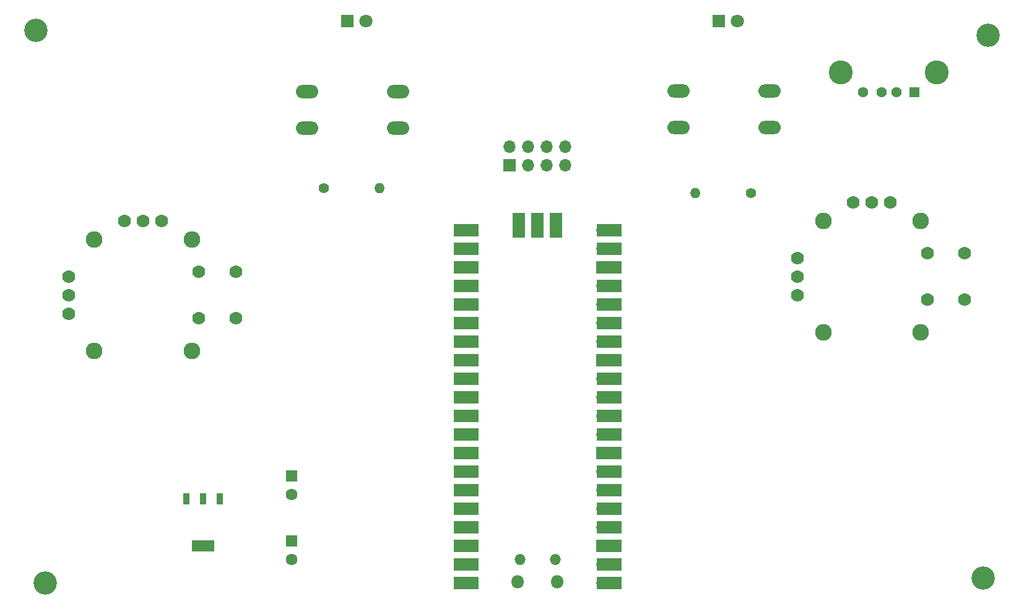
<source format=gbr>
%TF.GenerationSoftware,KiCad,Pcbnew,(5.1.10-1-10_14)*%
%TF.CreationDate,2021-09-27T13:26:11-04:00*%
%TF.ProjectId,Controller_V1,436f6e74-726f-46c6-9c65-725f56312e6b,rev?*%
%TF.SameCoordinates,Original*%
%TF.FileFunction,Soldermask,Top*%
%TF.FilePolarity,Negative*%
%FSLAX46Y46*%
G04 Gerber Fmt 4.6, Leading zero omitted, Abs format (unit mm)*
G04 Created by KiCad (PCBNEW (5.1.10-1-10_14)) date 2021-09-27 13:26:11*
%MOMM*%
%LPD*%
G01*
G04 APERTURE LIST*
%ADD10C,3.200000*%
%ADD11O,3.048000X1.850000*%
%ADD12O,1.400000X1.400000*%
%ADD13C,1.400000*%
%ADD14C,3.276000*%
%ADD15C,1.428000*%
%ADD16R,1.428000X1.428000*%
%ADD17C,1.800000*%
%ADD18R,1.800000X1.800000*%
%ADD19O,1.700000X1.700000*%
%ADD20R,1.700000X3.500000*%
%ADD21R,1.700000X1.700000*%
%ADD22O,1.500000X1.500000*%
%ADD23O,1.800000X1.800000*%
%ADD24R,3.500000X1.700000*%
%ADD25R,3.098800X1.600200*%
%ADD26R,0.838200X1.600200*%
%ADD27C,1.600000*%
%ADD28R,1.600000X1.600000*%
%ADD29C,1.778000*%
%ADD30C,2.286000*%
G04 APERTURE END LIST*
D10*
%TO.C,REF\u002A\u002A*%
X106045000Y-57150000D03*
%TD*%
%TO.C,REF\u002A\u002A*%
X107315000Y-132715000D03*
%TD*%
%TO.C,REF\u002A\u002A*%
X235585000Y-132080000D03*
%TD*%
%TO.C,REF\u002A\u002A*%
X236220000Y-57785000D03*
%TD*%
D11*
%TO.C,SW2*%
X193875000Y-70405000D03*
X193875000Y-65405000D03*
X206375000Y-70405000D03*
X206375000Y-65405000D03*
%TD*%
%TO.C,SW1*%
X143075000Y-70485000D03*
X143075000Y-65485000D03*
X155575000Y-70485000D03*
X155575000Y-65485000D03*
%TD*%
D12*
%TO.C,R2*%
X196215000Y-79375000D03*
D13*
X203835000Y-79375000D03*
%TD*%
D12*
%TO.C,R1*%
X153035000Y-78740000D03*
D13*
X145415000Y-78740000D03*
%TD*%
D14*
%TO.C,J2*%
X216095000Y-62865000D03*
X229235000Y-62865000D03*
D15*
X219165000Y-65575000D03*
X221665000Y-65575000D03*
X223665000Y-65575000D03*
D16*
X226165000Y-65575000D03*
%TD*%
D17*
%TO.C,D2*%
X201930000Y-55880000D03*
D18*
X199390000Y-55880000D03*
%TD*%
D17*
%TO.C,D1*%
X151130000Y-55880000D03*
D18*
X148590000Y-55880000D03*
%TD*%
D19*
%TO.C,U2*%
X172085000Y-84685000D03*
D20*
X172085000Y-83785000D03*
D21*
X174625000Y-84685000D03*
D20*
X174625000Y-83785000D03*
D19*
X177165000Y-84685000D03*
D20*
X177165000Y-83785000D03*
D22*
X172200000Y-129555000D03*
X177050000Y-129555000D03*
D23*
X171900000Y-132585000D03*
X177350000Y-132585000D03*
D24*
X164835000Y-84455000D03*
X164835000Y-86995000D03*
X164835000Y-89535000D03*
X164835000Y-92075000D03*
X164835000Y-94615000D03*
X164835000Y-97155000D03*
X164835000Y-99695000D03*
X164835000Y-102235000D03*
X164835000Y-104775000D03*
X164835000Y-107315000D03*
X164835000Y-109855000D03*
X164835000Y-112395000D03*
X164835000Y-114935000D03*
X164835000Y-117475000D03*
X164835000Y-120015000D03*
X164835000Y-122555000D03*
X164835000Y-125095000D03*
X164835000Y-127635000D03*
X164835000Y-130175000D03*
X164835000Y-132715000D03*
X184415000Y-84455000D03*
X184415000Y-86995000D03*
X184415000Y-89535000D03*
X184415000Y-92075000D03*
X184415000Y-94615000D03*
X184415000Y-97155000D03*
X184415000Y-99695000D03*
X184415000Y-102235000D03*
X184415000Y-104775000D03*
X184415000Y-107315000D03*
X184415000Y-109855000D03*
X184415000Y-112395000D03*
X184415000Y-114935000D03*
X184415000Y-117475000D03*
X184415000Y-120015000D03*
X184415000Y-122555000D03*
X184415000Y-125095000D03*
X184415000Y-127635000D03*
X184415000Y-130175000D03*
X184415000Y-132715000D03*
D19*
X165735000Y-132715000D03*
X165735000Y-130175000D03*
D21*
X165735000Y-127635000D03*
D19*
X165735000Y-125095000D03*
X165735000Y-122555000D03*
X165735000Y-120015000D03*
X165735000Y-117475000D03*
D21*
X165735000Y-114935000D03*
D19*
X165735000Y-112395000D03*
X165735000Y-109855000D03*
X165735000Y-107315000D03*
X165735000Y-104775000D03*
D21*
X165735000Y-102235000D03*
D19*
X165735000Y-99695000D03*
X165735000Y-97155000D03*
X165735000Y-94615000D03*
X165735000Y-92075000D03*
D21*
X165735000Y-89535000D03*
D19*
X165735000Y-86995000D03*
X165735000Y-84455000D03*
X183515000Y-84455000D03*
X183515000Y-86995000D03*
D21*
X183515000Y-89535000D03*
D19*
X183515000Y-92075000D03*
X183515000Y-94615000D03*
X183515000Y-97155000D03*
X183515000Y-99695000D03*
D21*
X183515000Y-102235000D03*
D19*
X183515000Y-104775000D03*
X183515000Y-107315000D03*
X183515000Y-109855000D03*
X183515000Y-112395000D03*
D21*
X183515000Y-114935000D03*
D19*
X183515000Y-117475000D03*
X183515000Y-120015000D03*
X183515000Y-122555000D03*
X183515000Y-125095000D03*
D21*
X183515000Y-127635000D03*
D19*
X183515000Y-130175000D03*
X183515000Y-132715000D03*
%TD*%
D25*
%TO.C,VR1*%
X128879600Y-127660400D03*
D26*
X126568200Y-121259600D03*
X128879600Y-121259600D03*
X131191000Y-121259600D03*
%TD*%
D27*
%TO.C,C2*%
X140970000Y-120610000D03*
D28*
X140970000Y-118110000D03*
%TD*%
D27*
%TO.C,C1*%
X140970000Y-129500000D03*
D28*
X140970000Y-127000000D03*
%TD*%
D29*
%TO.C,U3*%
X217805000Y-80645000D03*
X220345000Y-80645000D03*
X222885000Y-80645000D03*
D30*
X227012500Y-98425000D03*
X213677500Y-98425000D03*
X213677500Y-83185000D03*
X227012500Y-83185000D03*
D29*
X210185000Y-93345000D03*
X210185000Y-90805000D03*
X210185000Y-88265000D03*
X227965000Y-93980000D03*
X227965000Y-87630000D03*
X233045000Y-93980000D03*
X233045000Y-87630000D03*
%TD*%
%TO.C,U1*%
X118110000Y-83185000D03*
X120650000Y-83185000D03*
X123190000Y-83185000D03*
D30*
X127317500Y-100965000D03*
X113982500Y-100965000D03*
X113982500Y-85725000D03*
X127317500Y-85725000D03*
D29*
X110490000Y-95885000D03*
X110490000Y-93345000D03*
X110490000Y-90805000D03*
X128270000Y-96520000D03*
X128270000Y-90170000D03*
X133350000Y-96520000D03*
X133350000Y-90170000D03*
%TD*%
D19*
%TO.C,J1*%
X178435000Y-73025000D03*
X178435000Y-75565000D03*
X175895000Y-73025000D03*
X175895000Y-75565000D03*
X173355000Y-73025000D03*
X173355000Y-75565000D03*
X170815000Y-73025000D03*
D21*
X170815000Y-75565000D03*
%TD*%
M02*

</source>
